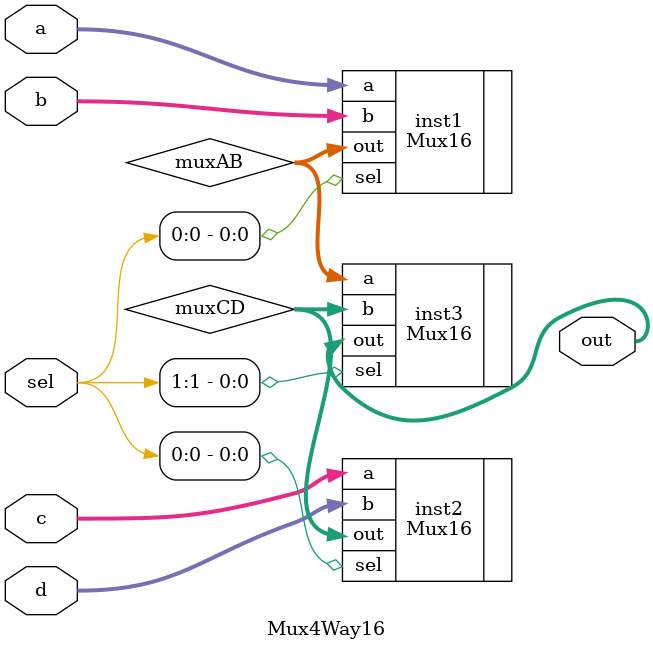
<source format=v>
module Mux4Way16 (
    input [15:0] a,
    input [15:0] b,
    input [15:0] c,
    input [15:0] d,
    input [1:0] sel,
    output [15:0] out
);
    wire [15:0] muxAB, muxCD;

    Mux16 inst1 (.a(a), .b(b), .sel(sel[0]), .out(muxAB));
    Mux16 inst2 (.a(c), .b(d), .sel(sel[0]), .out(muxCD));
    Mux16 inst3 (.a(muxAB), .b(muxCD), .sel(sel[1]), .out(out));
endmodule
</source>
